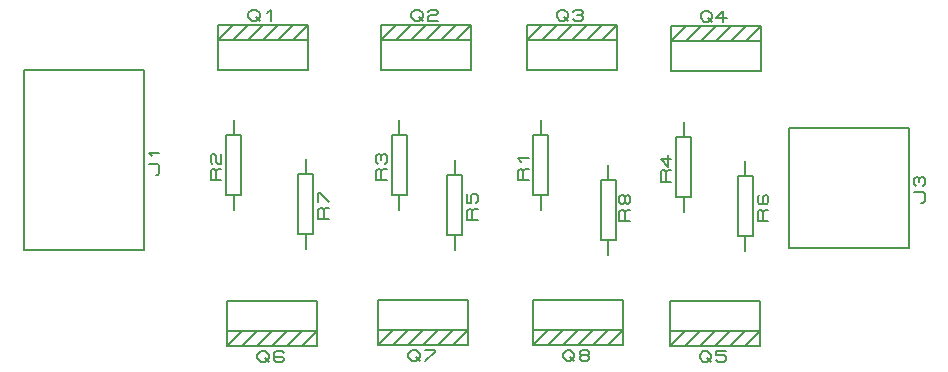
<source format=gbr>
G04 PROTEUS GERBER X2 FILE*
%TF.GenerationSoftware,Labcenter,Proteus,8.13-SP0-Build31525*%
%TF.CreationDate,2025-01-18T15:37:42+00:00*%
%TF.FileFunction,Legend,Top*%
%TF.FilePolarity,Positive*%
%TF.Part,Single*%
%TF.SameCoordinates,{6578d0ff-8a4d-4828-9911-fb9daf4c42ae}*%
%FSLAX45Y45*%
%MOMM*%
G01*
%TA.AperFunction,Material*%
%ADD18C,0.203200*%
%TD.AperFunction*%
D18*
X+1108000Y+2774000D02*
X+92000Y+2774000D01*
X+1108000Y+1250000D02*
X+92000Y+1250000D01*
X+92000Y+2774000D02*
X+92000Y+1250000D01*
X+1108000Y+1250000D02*
X+1108000Y+2774000D01*
X+1209600Y+1885000D02*
X+1224840Y+1885000D01*
X+1240080Y+1900875D01*
X+1240080Y+1964375D01*
X+1224840Y+1980250D01*
X+1148640Y+1980250D01*
X+1179120Y+2043750D02*
X+1148640Y+2075500D01*
X+1240080Y+2075500D01*
X+1739000Y+2773000D02*
X+2501000Y+2773000D01*
X+2501000Y+3027000D01*
X+1739000Y+3027000D01*
X+1739000Y+2773000D01*
X+1739000Y+3027000D02*
X+1739000Y+3154000D01*
X+2501000Y+3154000D01*
X+2501000Y+3027000D01*
X+1739000Y+3027000D02*
X+1866000Y+3154000D01*
X+1866000Y+3027000D02*
X+1993000Y+3154000D01*
X+1993000Y+3027000D02*
X+2120000Y+3154000D01*
X+2120000Y+3027000D02*
X+2247000Y+3154000D01*
X+2247000Y+3027000D02*
X+2374000Y+3154000D01*
X+2374000Y+3027000D02*
X+2501000Y+3154000D01*
X+1993000Y+3255600D02*
X+2024750Y+3286080D01*
X+2056500Y+3286080D01*
X+2088250Y+3255600D01*
X+2088250Y+3225120D01*
X+2056500Y+3194640D01*
X+2024750Y+3194640D01*
X+1993000Y+3225120D01*
X+1993000Y+3255600D01*
X+2056500Y+3225120D02*
X+2088250Y+3194640D01*
X+2151750Y+3255600D02*
X+2183500Y+3286080D01*
X+2183500Y+3194640D01*
X+3119000Y+2773000D02*
X+3881000Y+2773000D01*
X+3881000Y+3027000D01*
X+3119000Y+3027000D01*
X+3119000Y+2773000D01*
X+3119000Y+3027000D02*
X+3119000Y+3154000D01*
X+3881000Y+3154000D01*
X+3881000Y+3027000D01*
X+3119000Y+3027000D02*
X+3246000Y+3154000D01*
X+3246000Y+3027000D02*
X+3373000Y+3154000D01*
X+3373000Y+3027000D02*
X+3500000Y+3154000D01*
X+3500000Y+3027000D02*
X+3627000Y+3154000D01*
X+3627000Y+3027000D02*
X+3754000Y+3154000D01*
X+3754000Y+3027000D02*
X+3881000Y+3154000D01*
X+3373000Y+3255600D02*
X+3404750Y+3286080D01*
X+3436500Y+3286080D01*
X+3468250Y+3255600D01*
X+3468250Y+3225120D01*
X+3436500Y+3194640D01*
X+3404750Y+3194640D01*
X+3373000Y+3225120D01*
X+3373000Y+3255600D01*
X+3436500Y+3225120D02*
X+3468250Y+3194640D01*
X+3515875Y+3270840D02*
X+3531750Y+3286080D01*
X+3579375Y+3286080D01*
X+3595250Y+3270840D01*
X+3595250Y+3255600D01*
X+3579375Y+3240360D01*
X+3531750Y+3240360D01*
X+3515875Y+3225120D01*
X+3515875Y+3194640D01*
X+3595250Y+3194640D01*
X+4349000Y+2773000D02*
X+5111000Y+2773000D01*
X+5111000Y+3027000D01*
X+4349000Y+3027000D01*
X+4349000Y+2773000D01*
X+4349000Y+3027000D02*
X+4349000Y+3154000D01*
X+5111000Y+3154000D01*
X+5111000Y+3027000D01*
X+4349000Y+3027000D02*
X+4476000Y+3154000D01*
X+4476000Y+3027000D02*
X+4603000Y+3154000D01*
X+4603000Y+3027000D02*
X+4730000Y+3154000D01*
X+4730000Y+3027000D02*
X+4857000Y+3154000D01*
X+4857000Y+3027000D02*
X+4984000Y+3154000D01*
X+4984000Y+3027000D02*
X+5111000Y+3154000D01*
X+4603000Y+3255600D02*
X+4634750Y+3286080D01*
X+4666500Y+3286080D01*
X+4698250Y+3255600D01*
X+4698250Y+3225120D01*
X+4666500Y+3194640D01*
X+4634750Y+3194640D01*
X+4603000Y+3225120D01*
X+4603000Y+3255600D01*
X+4666500Y+3225120D02*
X+4698250Y+3194640D01*
X+4745875Y+3270840D02*
X+4761750Y+3286080D01*
X+4809375Y+3286080D01*
X+4825250Y+3270840D01*
X+4825250Y+3255600D01*
X+4809375Y+3240360D01*
X+4825250Y+3225120D01*
X+4825250Y+3209880D01*
X+4809375Y+3194640D01*
X+4761750Y+3194640D01*
X+4745875Y+3209880D01*
X+4777625Y+3240360D02*
X+4809375Y+3240360D01*
X+5569000Y+2763000D02*
X+6331000Y+2763000D01*
X+6331000Y+3017000D01*
X+5569000Y+3017000D01*
X+5569000Y+2763000D01*
X+5569000Y+3017000D02*
X+5569000Y+3144000D01*
X+6331000Y+3144000D01*
X+6331000Y+3017000D01*
X+5569000Y+3017000D02*
X+5696000Y+3144000D01*
X+5696000Y+3017000D02*
X+5823000Y+3144000D01*
X+5823000Y+3017000D02*
X+5950000Y+3144000D01*
X+5950000Y+3017000D02*
X+6077000Y+3144000D01*
X+6077000Y+3017000D02*
X+6204000Y+3144000D01*
X+6204000Y+3017000D02*
X+6331000Y+3144000D01*
X+5823000Y+3245600D02*
X+5854750Y+3276080D01*
X+5886500Y+3276080D01*
X+5918250Y+3245600D01*
X+5918250Y+3215120D01*
X+5886500Y+3184640D01*
X+5854750Y+3184640D01*
X+5823000Y+3215120D01*
X+5823000Y+3245600D01*
X+5886500Y+3215120D02*
X+5918250Y+3184640D01*
X+6045250Y+3215120D02*
X+5950000Y+3215120D01*
X+6013500Y+3276080D01*
X+6013500Y+3184640D01*
X+4470000Y+1587000D02*
X+4470000Y+1714000D01*
X+4406500Y+1714000D02*
X+4533500Y+1714000D01*
X+4533500Y+2222000D01*
X+4406500Y+2222000D01*
X+4406500Y+1714000D01*
X+4470000Y+2222000D02*
X+4470000Y+2349000D01*
X+4365860Y+1841000D02*
X+4274420Y+1841000D01*
X+4274420Y+1920375D01*
X+4289660Y+1936250D01*
X+4304900Y+1936250D01*
X+4320140Y+1920375D01*
X+4320140Y+1841000D01*
X+4320140Y+1920375D02*
X+4335380Y+1936250D01*
X+4365860Y+1936250D01*
X+4304900Y+1999750D02*
X+4274420Y+2031500D01*
X+4365860Y+2031500D01*
X+1870000Y+1587000D02*
X+1870000Y+1714000D01*
X+1806500Y+1714000D02*
X+1933500Y+1714000D01*
X+1933500Y+2222000D01*
X+1806500Y+2222000D01*
X+1806500Y+1714000D01*
X+1870000Y+2222000D02*
X+1870000Y+2349000D01*
X+1765860Y+1841000D02*
X+1674420Y+1841000D01*
X+1674420Y+1920375D01*
X+1689660Y+1936250D01*
X+1704900Y+1936250D01*
X+1720140Y+1920375D01*
X+1720140Y+1841000D01*
X+1720140Y+1920375D02*
X+1735380Y+1936250D01*
X+1765860Y+1936250D01*
X+1689660Y+1983875D02*
X+1674420Y+1999750D01*
X+1674420Y+2047375D01*
X+1689660Y+2063250D01*
X+1704900Y+2063250D01*
X+1720140Y+2047375D01*
X+1720140Y+1999750D01*
X+1735380Y+1983875D01*
X+1765860Y+1983875D01*
X+1765860Y+2063250D01*
X+3270000Y+1587000D02*
X+3270000Y+1714000D01*
X+3206500Y+1714000D02*
X+3333500Y+1714000D01*
X+3333500Y+2222000D01*
X+3206500Y+2222000D01*
X+3206500Y+1714000D01*
X+3270000Y+2222000D02*
X+3270000Y+2349000D01*
X+3165860Y+1841000D02*
X+3074420Y+1841000D01*
X+3074420Y+1920375D01*
X+3089660Y+1936250D01*
X+3104900Y+1936250D01*
X+3120140Y+1920375D01*
X+3120140Y+1841000D01*
X+3120140Y+1920375D02*
X+3135380Y+1936250D01*
X+3165860Y+1936250D01*
X+3089660Y+1983875D02*
X+3074420Y+1999750D01*
X+3074420Y+2047375D01*
X+3089660Y+2063250D01*
X+3104900Y+2063250D01*
X+3120140Y+2047375D01*
X+3135380Y+2063250D01*
X+3150620Y+2063250D01*
X+3165860Y+2047375D01*
X+3165860Y+1999750D01*
X+3150620Y+1983875D01*
X+3120140Y+2015625D02*
X+3120140Y+2047375D01*
X+5680000Y+1577000D02*
X+5680000Y+1704000D01*
X+5616500Y+1704000D02*
X+5743500Y+1704000D01*
X+5743500Y+2212000D01*
X+5616500Y+2212000D01*
X+5616500Y+1704000D01*
X+5680000Y+2212000D02*
X+5680000Y+2339000D01*
X+5575860Y+1831000D02*
X+5484420Y+1831000D01*
X+5484420Y+1910375D01*
X+5499660Y+1926250D01*
X+5514900Y+1926250D01*
X+5530140Y+1910375D01*
X+5530140Y+1831000D01*
X+5530140Y+1910375D02*
X+5545380Y+1926250D01*
X+5575860Y+1926250D01*
X+5545380Y+2053250D02*
X+5545380Y+1958000D01*
X+5484420Y+2021500D01*
X+5575860Y+2021500D01*
X+1815000Y+563000D02*
X+2577000Y+563000D01*
X+2577000Y+817000D01*
X+1815000Y+817000D01*
X+1815000Y+563000D01*
X+2577000Y+563000D02*
X+2577000Y+436000D01*
X+1815000Y+436000D01*
X+1815000Y+563000D01*
X+2577000Y+563000D02*
X+2450000Y+436000D01*
X+2450000Y+563000D02*
X+2323000Y+436000D01*
X+2323000Y+563000D02*
X+2196000Y+436000D01*
X+2196000Y+563000D02*
X+2069000Y+436000D01*
X+2069000Y+563000D02*
X+1942000Y+436000D01*
X+1942000Y+563000D02*
X+1815000Y+436000D01*
X+2069000Y+364880D02*
X+2100750Y+395360D01*
X+2132500Y+395360D01*
X+2164250Y+364880D01*
X+2164250Y+334400D01*
X+2132500Y+303920D01*
X+2100750Y+303920D01*
X+2069000Y+334400D01*
X+2069000Y+364880D01*
X+2132500Y+334400D02*
X+2164250Y+303920D01*
X+2291250Y+380120D02*
X+2275375Y+395360D01*
X+2227750Y+395360D01*
X+2211875Y+380120D01*
X+2211875Y+319160D01*
X+2227750Y+303920D01*
X+2275375Y+303920D01*
X+2291250Y+319160D01*
X+2291250Y+334400D01*
X+2275375Y+349640D01*
X+2211875Y+349640D01*
X+3095000Y+573000D02*
X+3857000Y+573000D01*
X+3857000Y+827000D01*
X+3095000Y+827000D01*
X+3095000Y+573000D01*
X+3857000Y+573000D02*
X+3857000Y+446000D01*
X+3095000Y+446000D01*
X+3095000Y+573000D01*
X+3857000Y+573000D02*
X+3730000Y+446000D01*
X+3730000Y+573000D02*
X+3603000Y+446000D01*
X+3603000Y+573000D02*
X+3476000Y+446000D01*
X+3476000Y+573000D02*
X+3349000Y+446000D01*
X+3349000Y+573000D02*
X+3222000Y+446000D01*
X+3222000Y+573000D02*
X+3095000Y+446000D01*
X+3349000Y+374880D02*
X+3380750Y+405360D01*
X+3412500Y+405360D01*
X+3444250Y+374880D01*
X+3444250Y+344400D01*
X+3412500Y+313920D01*
X+3380750Y+313920D01*
X+3349000Y+344400D01*
X+3349000Y+374880D01*
X+3412500Y+344400D02*
X+3444250Y+313920D01*
X+3491875Y+405360D02*
X+3571250Y+405360D01*
X+3571250Y+390120D01*
X+3491875Y+313920D01*
X+4403000Y+573000D02*
X+5165000Y+573000D01*
X+5165000Y+827000D01*
X+4403000Y+827000D01*
X+4403000Y+573000D01*
X+5165000Y+573000D02*
X+5165000Y+446000D01*
X+4403000Y+446000D01*
X+4403000Y+573000D01*
X+5165000Y+573000D02*
X+5038000Y+446000D01*
X+5038000Y+573000D02*
X+4911000Y+446000D01*
X+4911000Y+573000D02*
X+4784000Y+446000D01*
X+4784000Y+573000D02*
X+4657000Y+446000D01*
X+4657000Y+573000D02*
X+4530000Y+446000D01*
X+4530000Y+573000D02*
X+4403000Y+446000D01*
X+4657000Y+374880D02*
X+4688750Y+405360D01*
X+4720500Y+405360D01*
X+4752250Y+374880D01*
X+4752250Y+344400D01*
X+4720500Y+313920D01*
X+4688750Y+313920D01*
X+4657000Y+344400D01*
X+4657000Y+374880D01*
X+4720500Y+344400D02*
X+4752250Y+313920D01*
X+4815750Y+359640D02*
X+4799875Y+374880D01*
X+4799875Y+390120D01*
X+4815750Y+405360D01*
X+4863375Y+405360D01*
X+4879250Y+390120D01*
X+4879250Y+374880D01*
X+4863375Y+359640D01*
X+4815750Y+359640D01*
X+4799875Y+344400D01*
X+4799875Y+329160D01*
X+4815750Y+313920D01*
X+4863375Y+313920D01*
X+4879250Y+329160D01*
X+4879250Y+344400D01*
X+4863375Y+359640D01*
X+7588000Y+2284000D02*
X+6572000Y+2284000D01*
X+7588000Y+1268000D02*
X+6572000Y+1268000D01*
X+6572000Y+2284000D02*
X+6572000Y+1268000D01*
X+7588000Y+2284000D02*
X+7588000Y+1268000D01*
X+7689600Y+1649000D02*
X+7704840Y+1649000D01*
X+7720080Y+1664875D01*
X+7720080Y+1728375D01*
X+7704840Y+1744250D01*
X+7628640Y+1744250D01*
X+7643880Y+1791875D02*
X+7628640Y+1807750D01*
X+7628640Y+1855375D01*
X+7643880Y+1871250D01*
X+7659120Y+1871250D01*
X+7674360Y+1855375D01*
X+7689600Y+1871250D01*
X+7704840Y+1871250D01*
X+7720080Y+1855375D01*
X+7720080Y+1807750D01*
X+7704840Y+1791875D01*
X+7674360Y+1823625D02*
X+7674360Y+1855375D01*
X+5559000Y+563000D02*
X+6321000Y+563000D01*
X+6321000Y+817000D01*
X+5559000Y+817000D01*
X+5559000Y+563000D01*
X+6321000Y+563000D02*
X+6321000Y+436000D01*
X+5559000Y+436000D01*
X+5559000Y+563000D01*
X+6321000Y+563000D02*
X+6194000Y+436000D01*
X+6194000Y+563000D02*
X+6067000Y+436000D01*
X+6067000Y+563000D02*
X+5940000Y+436000D01*
X+5940000Y+563000D02*
X+5813000Y+436000D01*
X+5813000Y+563000D02*
X+5686000Y+436000D01*
X+5686000Y+563000D02*
X+5559000Y+436000D01*
X+5813000Y+364880D02*
X+5844750Y+395360D01*
X+5876500Y+395360D01*
X+5908250Y+364880D01*
X+5908250Y+334400D01*
X+5876500Y+303920D01*
X+5844750Y+303920D01*
X+5813000Y+334400D01*
X+5813000Y+364880D01*
X+5876500Y+334400D02*
X+5908250Y+303920D01*
X+6035250Y+395360D02*
X+5955875Y+395360D01*
X+5955875Y+364880D01*
X+6019375Y+364880D01*
X+6035250Y+349640D01*
X+6035250Y+319160D01*
X+6019375Y+303920D01*
X+5971750Y+303920D01*
X+5955875Y+319160D01*
X+3740000Y+2013000D02*
X+3740000Y+1886000D01*
X+3676500Y+1378000D02*
X+3803500Y+1378000D01*
X+3803500Y+1886000D01*
X+3676500Y+1886000D01*
X+3676500Y+1378000D01*
X+3740000Y+1378000D02*
X+3740000Y+1251000D01*
X+3935580Y+1505000D02*
X+3844140Y+1505000D01*
X+3844140Y+1584375D01*
X+3859380Y+1600250D01*
X+3874620Y+1600250D01*
X+3889860Y+1584375D01*
X+3889860Y+1505000D01*
X+3889860Y+1584375D02*
X+3905100Y+1600250D01*
X+3935580Y+1600250D01*
X+3844140Y+1727250D02*
X+3844140Y+1647875D01*
X+3874620Y+1647875D01*
X+3874620Y+1711375D01*
X+3889860Y+1727250D01*
X+3920340Y+1727250D01*
X+3935580Y+1711375D01*
X+3935580Y+1663750D01*
X+3920340Y+1647875D01*
X+6200000Y+2003000D02*
X+6200000Y+1876000D01*
X+6136500Y+1368000D02*
X+6263500Y+1368000D01*
X+6263500Y+1876000D01*
X+6136500Y+1876000D01*
X+6136500Y+1368000D01*
X+6200000Y+1368000D02*
X+6200000Y+1241000D01*
X+6395580Y+1495000D02*
X+6304140Y+1495000D01*
X+6304140Y+1574375D01*
X+6319380Y+1590250D01*
X+6334620Y+1590250D01*
X+6349860Y+1574375D01*
X+6349860Y+1495000D01*
X+6349860Y+1574375D02*
X+6365100Y+1590250D01*
X+6395580Y+1590250D01*
X+6319380Y+1717250D02*
X+6304140Y+1701375D01*
X+6304140Y+1653750D01*
X+6319380Y+1637875D01*
X+6380340Y+1637875D01*
X+6395580Y+1653750D01*
X+6395580Y+1701375D01*
X+6380340Y+1717250D01*
X+6365100Y+1717250D01*
X+6349860Y+1701375D01*
X+6349860Y+1637875D01*
X+2480000Y+2023000D02*
X+2480000Y+1896000D01*
X+2416500Y+1388000D02*
X+2543500Y+1388000D01*
X+2543500Y+1896000D01*
X+2416500Y+1896000D01*
X+2416500Y+1388000D01*
X+2480000Y+1388000D02*
X+2480000Y+1261000D01*
X+2675580Y+1515000D02*
X+2584140Y+1515000D01*
X+2584140Y+1594375D01*
X+2599380Y+1610250D01*
X+2614620Y+1610250D01*
X+2629860Y+1594375D01*
X+2629860Y+1515000D01*
X+2629860Y+1594375D02*
X+2645100Y+1610250D01*
X+2675580Y+1610250D01*
X+2584140Y+1657875D02*
X+2584140Y+1737250D01*
X+2599380Y+1737250D01*
X+2675580Y+1657875D01*
X+5040000Y+1973000D02*
X+5040000Y+1846000D01*
X+4976500Y+1338000D02*
X+5103500Y+1338000D01*
X+5103500Y+1846000D01*
X+4976500Y+1846000D01*
X+4976500Y+1338000D01*
X+5040000Y+1338000D02*
X+5040000Y+1211000D01*
X+5225580Y+1495000D02*
X+5134140Y+1495000D01*
X+5134140Y+1574375D01*
X+5149380Y+1590250D01*
X+5164620Y+1590250D01*
X+5179860Y+1574375D01*
X+5179860Y+1495000D01*
X+5179860Y+1574375D02*
X+5195100Y+1590250D01*
X+5225580Y+1590250D01*
X+5179860Y+1653750D02*
X+5164620Y+1637875D01*
X+5149380Y+1637875D01*
X+5134140Y+1653750D01*
X+5134140Y+1701375D01*
X+5149380Y+1717250D01*
X+5164620Y+1717250D01*
X+5179860Y+1701375D01*
X+5179860Y+1653750D01*
X+5195100Y+1637875D01*
X+5210340Y+1637875D01*
X+5225580Y+1653750D01*
X+5225580Y+1701375D01*
X+5210340Y+1717250D01*
X+5195100Y+1717250D01*
X+5179860Y+1701375D01*
M02*

</source>
